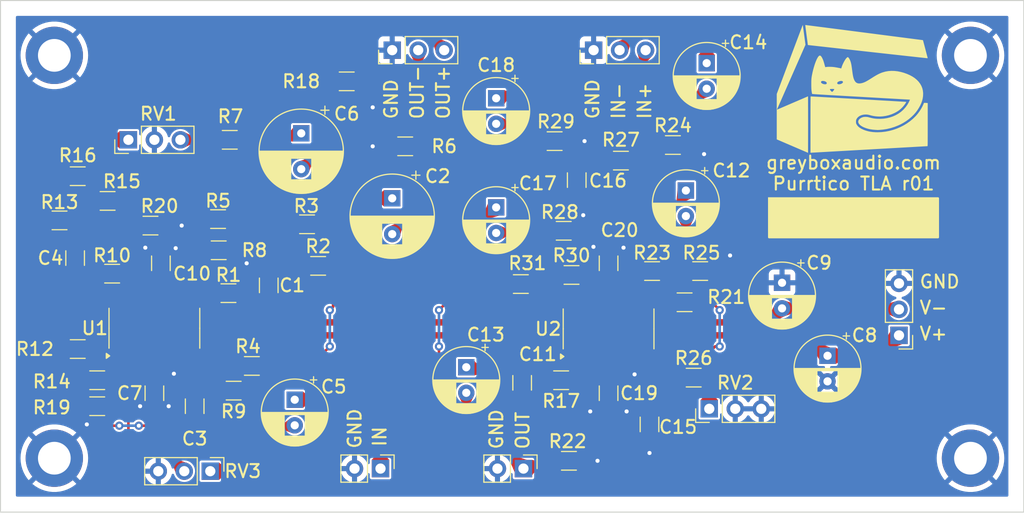
<source format=kicad_pcb>
(kicad_pcb (version 20240108) (generator "pcbnew") (generator_version "8.0")
  (title_block (title "Purrtico TLA Input & Output") (date "2024-05-10") (rev "00") (company "Greybox Audio"))
  (layers (0 "F.Cu" signal) (31 "B.Cu" power) (34 "B.Paste" user) (35 "F.Paste" user) (36 "B.SilkS" user "B.Silkscreen") (37 "F.SilkS" user "F.Silkscreen") (38 "B.Mask" user) (39 "F.Mask" user) (44 "Edge.Cuts" user))
  (net 0 "")
  (net 1 "Net-(U1D--)")
  (net 2 "Net-(C1-Pad2)")
  (net 3 "Net-(C2-Pad1)")
  (net 4 "Net-(C2-Pad2)")
  (net 5 "Net-(U1B--)")
  (net 6 "Net-(C3-Pad1)")
  (net 7 "Net-(C4-Pad2)")
  (net 8 "Net-(U1C--)")
  (net 9 "Net-(C5-Pad2)")
  (net 10 "Net-(J3-Pin_1)")
  (net 11 "Net-(C6-Pad1)")
  (net 12 "Net-(C6-Pad2)")
  (net 13 "+15V")
  (net 14 "-15V")
  (net 15 "GND")
  (net 16 "Net-(R2-Pad1)")
  (net 17 "Net-(R7-Pad1)")
  (net 18 "Net-(U1A-+)")
  (net 19 "Net-(U1A--)")
  (net 20 "Net-(U1C-+)")
  (net 21 "Net-(R16-Pad2)")
  (net 22 "Net-(U1D-+)")
  (net 23 "Net-(C11-Pad1)")
  (net 24 "Net-(U2C--)")
  (net 25 "Net-(C12-Pad2)")
  (net 26 "Net-(J5-Pin_1)")
  (net 27 "Net-(C14-Pad1)")
  (net 28 "Net-(U2C-+)")
  (net 29 "Net-(U2B--)")
  (net 30 "Net-(C17-Pad2)")
  (net 31 "Net-(C18-Pad1)")
  (net 32 "Net-(R26-Pad1)")
  (net 33 "Net-(U2D--)")
  (net 34 "Net-(U2D-+)")
  (net 35 "Net-(U2A--)")
  (net 36 "Net-(U2A-+)")
  (footprint "Connector_PinHeader_2.54mm:PinHeader_1x03_P2.54mm_Vertical" (layer "F.Cu") (at 112.268 120.904 90)
    (property "Reference" "RV2")
    (property "Value" "500R")
  )
  (footprint "Capacitor_SMD:C_1206_3216Metric" (layer "F.Cu") (at 69.215 108.839 -90)
    (property "Reference" "C1")
    (property "Value" "100p")
  )
  (footprint "Resistor_SMD:R_1206_3216Metric" (layer "F.Cu") (at 111.379 107.442 180)
    (property "Reference" "R25")
    (property "Value" "10k")
  )
  (footprint "Resistor_SMD:R_1206_3216Metric" (layer "F.Cu") (at 67.564 116.713)
    (property "Reference" "R4")
    (property "Value" "2k2")
  )
  (footprint "Resistor_SMD:R_1206_3216Metric" (layer "F.Cu") (at 65.786 119.126 180)
    (property "Reference" "R9")
    (property "Value" "2k2")
  )
  (footprint "Resistor_SMD:R_1206_3216Metric" (layer "F.Cu") (at 93.853 108.712)
    (property "Reference" "R31")
    (property "Value" "2k7")
  )
  (footprint "Capacitor_SMD:C_1206_3216Metric" (layer "F.Cu") (at 58.039 119.38 -90)
    (property "Reference" "C7")
    (property "Value" "100n")
  )
  (footprint "Resistor_SMD:R_1206_3216Metric" (layer "F.Cu") (at 98.806 107.823 180)
    (property "Reference" "R30")
    (property "Value" "47k")
  )
  (footprint "Connector_PinHeader_2.54mm:PinHeader_1x02_P2.54mm_Vertical" (layer "F.Cu") (at 80.137 126.746 -90)
    (property "Reference" "J3" (hide yes))
    (property "Value" "Conn_01x02")
  )
  (footprint "Resistor_SMD:R_1206_3216Metric" (layer "F.Cu") (at 52.451 118.11 180)
    (property "Reference" "R14")
    (property "Value" "1k")
  )
  (footprint "Capacitor_SMD:C_1206_3216Metric" (layer "F.Cu") (at 106.426 122.428 -90)
    (property "Reference" "C15")
    (property "Value" "22p")
  )
  (footprint "MountingHole:MountingHole_3.2mm_M3_DIN965_Pad" (layer "F.Cu") (at 48.26 86.36)
    (property "Reference" "H1" (hide yes))
    (property "Value" "MountingHole")
  )
  (footprint "Capacitor_SMD:C_1206_3216Metric" (layer "F.Cu") (at 58.674 106.68 -90)
    (property "Reference" "C10")
    (property "Value" "100n")
  )
  (footprint "Resistor_SMD:R_1206_3216Metric" (layer "F.Cu") (at 82.55 95.25)
    (property "Reference" "R6")
    (property "Value" "100k")
  )
  (footprint "MountingHole:MountingHole_3.2mm_M3_DIN965_Pad" (layer "F.Cu") (at 137.795 86.36)
    (property "Reference" "H2" (hide yes))
    (property "Value" "MountingHole")
  )
  (footprint "Resistor_SMD:R_1206_3216Metric" (layer "F.Cu") (at 97.155 94.742)
    (property "Reference" "R29")
    (property "Value" "10M")
  )
  (footprint "Resistor_SMD:R_1206_3216Metric" (layer "F.Cu") (at 53.467 100.584 180)
    (property "Reference" "R15")
    (property "Value" "3k3")
  )
  (footprint "Capacitor_THT:CP_Radial_D6.3mm_P2.50mm" (layer "F.Cu") (at 119.38 108.585 -90)
    (property "Reference" "C9")
    (property "Value" "10u")
  )
  (footprint "Capacitor_THT:CP_Radial_D6.3mm_P2.50mm" (layer "F.Cu") (at 91.44 90.551 -90)
    (property "Reference" "C18")
    (property "Value" "10u")
  )
  (footprint "Resistor_SMD:R_1206_3216Metric" (layer "F.Cu") (at 57.658 102.997 180)
    (property "Reference" "R20")
    (property "Value" "2k2")
  )
  (footprint "Connector_PinHeader_2.54mm:PinHeader_1x03_P2.54mm_Vertical" (layer "F.Cu") (at 55.499 94.615 90)
    (property "Reference" "RV1")
    (property "Value" "500R")
  )
  (footprint "Resistor_SMD:R_1206_3216Metric" (layer "F.Cu") (at 98.552 125.984 180)
    (property "Reference" "R22")
    (property "Value" "100k")
  )
  (footprint "Capacitor_SMD:C_1206_3216Metric" (layer "F.Cu") (at 102.4275 119.38 -90)
    (property "Reference" "C19")
    (property "Value" "100n")
  )
  (footprint "Resistor_SMD:R_1206_3216Metric" (layer "F.Cu") (at 64.262 102.362)
    (property "Reference" "R5")
    (property "Value" "3k3")
  )
  (footprint "Capacitor_SMD:C_1206_3216Metric" (layer "F.Cu") (at 102.4275 106.68 -90)
    (property "Reference" "C20")
    (property "Value" "100n")
  )
  (footprint "Capacitor_SMD:C_1206_3216Metric" (layer "F.Cu") (at 50.292 106.172 -90)
    (property "Reference" "C4")
    (property "Value" "100p")
  )
  (footprint "Connector_PinHeader_2.54mm:PinHeader_1x03_P2.54mm_Vertical" (layer "F.Cu") (at 81.28 85.852 90)
    (property "Reference" "J1" (hide yes))
    (property "Value" "XLR3")
  )
  (footprint "Capacitor_THT:CP_Radial_D6.3mm_P2.50mm" (layer "F.Cu") (at 123.825 115.719621 -90)
    (property "Reference" "C8")
    (property "Value" "10u")
  )
  (footprint "Connector_PinHeader_2.54mm:PinHeader_1x03_P2.54mm_Vertical" (layer "F.Cu") (at 63.5 127 -90)
    (property "Reference" "RV3")
    (property "Value" "10k")
  )
  (footprint "Resistor_SMD:R_1206_3216Metric" (layer "F.Cu") (at 98.044 103.505)
    (property "Reference" "R28")
    (property "Value" "10k")
  )
  (footprint "Resistor_SMD:R_1206_3216Metric" (layer "F.Cu") (at 97.79 118.11)
    (property "Reference" "R17")
    (property "Value" "2k")
  )
  (footprint "Connector_PinHeader_2.54mm:PinHeader_1x03_P2.54mm_Vertical" (layer "F.Cu") (at 100.965 85.852 90)
    (property "Reference" "J4" (hide yes))
    (property "Value" "XLR3")
  )
  (footprint "Resistor_SMD:R_1206_3216Metric" (layer "F.Cu") (at 50.546 115.062)
    (property "Reference" "R12")
    (property "Value" "1k8")
  )
  (footprint "Resistor_SMD:R_1206_3216Metric" (layer "F.Cu") (at 110.744 117.856 180)
    (property "Reference" "R26")
    (property "Value" "1k8")
  )
  (footprint "Package_SO:SOIC-14_3.9x8.7mm_P1.27mm" (layer "F.Cu") (at 58.039 113.03 90)
    (property "Reference" "U1")
    (property "Value" "OPA1679")
  )
  (footprint "Resistor_SMD:R_1206_3216Metric" (layer "F.Cu") (at 50.546 98.171 180)
    (property "Reference" "R16")
    (property "Value" "2k2")
  )
  (footprint "Connector_PinHeader_2.54mm:PinHeader_1x02_P2.54mm_Vertical" (layer "F.Cu") (at 94.107 126.746 -90)
    (property "Reference" "J5" (hide yes))
    (property "Value" "Conn_01x02")
  )
  (footprint "MountingHole:MountingHole_3.2mm_M3_DIN965_Pad" (layer "F.Cu") (at 48.26 125.73)
    (property "Reference" "H3" (hide yes))
    (property "Value" "MountingHole")
  )
  (footprint "Capacitor_THT:CP_Radial_D8.0mm_P3.50mm" (layer "F.Cu") (at 72.39 93.98 -90)
    (property "Reference" "C6")
    (property "Value" "220u")
  )
  (footprint "Resistor_SMD:R_1206_3216Metric" (layer "F.Cu") (at 65.278 109.601 180)
    (property "Reference" "R1")
    (property "Value" "2k7")
  )
  (footprint "Resistor_SMD:R_1206_3216Metric" (layer "F.Cu") (at 109.855 110.49 180)
    (property "Reference" "R21")
    (property "Value" "2k7")
  )
  (footprint "Package_SO:SOIC-14_3.9x8.7mm_P1.27mm" (layer "F.Cu") (at 102.4275 113.092 90)
    (property "Reference" "U2")
    (property "Value" "OPA1679")
  )
  (footprint "LOGO" (layer "F.Cu") (at 126.365 89.64)
    (property "Reference" "G***" (hide yes))
    (property "Value" "LOGO" (hide yes))
  )
  (footprint "Resistor_SMD:R_1206_3216Metric" (layer "F.Cu") (at 74.041 106.934 180)
    (property "Reference" "R2")
    (property "Value" "1k8")
  )
  (footprint "Resistor_SMD:R_1206_3216Metric" (layer "F.Cu") (at 72.9595 102.87 180)
    (property "Reference" "R3")
    (property "Value" "33R")
  )
  (footprint "Capacitor_SMD:C_1206_3216Metric" (layer "F.Cu") (at 99.314 98.552 -90)
    (property "Reference" "C16")
    (property "Value" "220p")
  )
  (footprint "Capacitor_SMD:C_1206_3216Metric" (layer "F.Cu") (at 93.98 118.364 -90)
    (property "Reference" "C11")
    (property "Value" "22p")
  )
  (footprint "Resistor_SMD:R_1206_3216Metric" (layer "F.Cu") (at 64.3235 105.41 180)
    (property "Reference" "R8")
    (property "Value" "2k2")
  )
  (footprint "Resistor_SMD:R_1206_3216Metric" (layer "F.Cu") (at 106.68 107.442 180)
    (property "Reference" "R23")
    (property "Value" "47k")
  )
  (footprint "Capacitor_THT:CP_Radial_D6.3mm_P2.50mm" (layer "F.Cu") (at 112.014 87.122 -90)
    (property "Reference" "C14")
    (property "Value" "10u")
  )
  (footprint "Capacitor_THT:CP_Radial_D6.3mm_P2.50mm" (layer "F.Cu") (at 91.44 101.219 -90)
    (property "Reference" "C17")
    (property "Value" "22u")
  )
  (footprint "Capacitor_THT:CP_Radial_D6.3mm_P2.50mm" (layer "F.Cu") (at 109.982 99.568 -90)
    (property "Reference" "C12")
    (property "Value" "22u")
  )
  (footprint "Resistor_SMD:R_1206_3216Metric" (layer "F.Cu") (at 53.9095 107.696 180)
    (property "Reference" "R10")
    (property "Value" "2k7")
  )
  (footprint "Resistor_SMD:R_1206_3216Metric" (layer "F.Cu") (at 108.712 95.123 180)
    (property "Reference" "R24")
    (property "Value" "10M")
  )
  (footprint "Resistor_SMD:R_1206_3216Metric" (layer "F.Cu") (at 52.451 120.65)
    (property "Reference" "R19")
    (property "Value" "1k")
  )
  (footprint "Capacitor_THT:CP_Radial_D6.3mm_P2.50mm" (layer "F.Cu") (at 88.519 116.84 -90)
    (property "Reference" "C13")
    (property "Value" "100u")
  )
  (footprint "Capacitor_THT:CP_Radial_D8.0mm_P3.50mm" (layer "F.Cu") (at 81.28 100.33 -90)
    (property "Reference" "C2")
    (property "Value" "220u")
  )
  (footprint "MountingHole:MountingHole_3.2mm_M3_DIN965_Pad" (layer "F.Cu") (at 137.795 125.73)
    (property "Reference" "H4" (hide yes))
    (property "Value" "MountingHole")
  )
  (footprint "Resistor_SMD:R_1206_3216Metric" (layer "F.Cu") (at 65.405 94.615)
    (property "Reference" "R7")
    (property "Value" "2k2")
  )
  (footprint "Resistor_SMD:R_1206_3216Metric" (layer "F.Cu") (at 48.768 102.489)
    (property "Reference" "R13")
    (property "Value" "33R")
  )
  (footprint "Resistor_SMD:R_1206_3216Metric" (layer "F.Cu") (at 76.835 88.9 180)
    (property "Reference" "R18")
    (property "Value" "100k")
  )
  (footprint "Connector_PinHeader_2.54mm:PinHeader_1x03_P2.54mm_Vertical" (layer "F.Cu") (at 130.81 113.727 180)
    (property "Reference" "J2" (hide yes))
    (property "Value" "Conn_01x03")
  )
  (footprint "Resistor_SMD:R_1206_3216Metric" (layer "F.Cu") (at 103.632 96.647)
    (property "Reference" "R27")
    (property "Value" "22k")
  )
  (footprint "Capacitor_THT:CP_Radial_D6.3mm_P2.50mm" (layer "F.Cu") (at 71.755 120.015 -90)
    (property "Reference" "C5")
    (property "Value" "100u")
  )
  (footprint "Capacitor_SMD:C_1206_3216Metric" (layer "F.Cu") (at 61.976 120.65 90)
    (property "Reference" "C3")
    (property "Value" "3p3")
  )
  (gr_rect (start 118.11 100.33) (end 134.62 104.14) (stroke (width 0.2032)) (fill solid) (layer "F.SilkS"))
  (gr_rect (start 43 81) (end 143 131) (stroke (width 0.1)) (fill none) (layer "Edge.Cuts"))
  (gr_text "IN-" (at 104.14 92.71 90) (layer "F.SilkS") (effects (font (size 1.27 1.27) (thickness 0.2032)) (justify left bottom)))
  (gr_text "IN" (at 80.802 124.714 90) (layer "F.SilkS") (effects (font (size 1.27 1.27) (thickness 0.2032)) (justify left bottom)))
  (gr_text "OUT" (at 94.772 124.968 90) (layer "F.SilkS") (effects (font (size 1.27 1.27) (thickness 0.2032)) (justify left bottom)))
  (gr_text "GND" (at 81.915 92.71 90) (layer "F.SilkS") (effects (font (size 1.27 1.27) (thickness 0.2032)) (justify left bottom)))
  (gr_text "OUT+" (at 86.995 92.71 90) (layer "F.SilkS") (effects (font (size 1.27 1.27) (thickness 0.2032)) (justify left bottom)))
  (gr_text "V+" (at 132.715 114.3 0) (layer "F.SilkS") (effects (font (size 1.27 1.27) (thickness 0.2032)) (justify left bottom)))
  (gr_text "IN+" (at 106.68 92.71 90) (layer "F.SilkS") (effects (font (size 1.27 1.27) (thickness 0.2032)) (justify left bottom)))
  (gr_text "GND" (at 92.202 124.968 90) (layer "F.SilkS") (effects (font (size 1.27 1.27) (thickness 0.2032)) (justify left bottom)))
  (gr_text "greyboxaudio.com\nPurrtico TLA r01" (at 126.365 99.64 0) (layer "F.SilkS") (effects (font (size 1.27 1.27) (thickness 0.2032)) (justify bottom)))
  (gr_text "OUT-" (at 84.455 92.71 90) (layer "F.SilkS") (effects (font (size 1.27 1.27) (thickness 0.2032)) (justify left bottom)))
  (gr_text "GND" (at 78.359 124.901 90) (layer "F.SilkS") (effects (font (size 1.27 1.27) (thickness 0.2032)) (justify left bottom)))
  (gr_text "GND" (at 101.6 92.71 90) (layer "F.SilkS") (effects (font (size 1.27 1.27) (thickness 0.2032)) (justify left bottom)))
  (gr_text "V-" (at 132.715 111.76 0) (layer "F.SilkS") (effects (font (size 1.27 1.27) (thickness 0.2032)) (justify left bottom)))
  (gr_text "GND" (at 132.715 109.22 0) (layer "F.SilkS") (effects (font (size 1.27 1.27) (thickness 0.2032)) (justify left bottom)))
  (segment (start 52.0085 115.062) (end 53.998999 113.071501) (width 0.254) (layer "F.Cu") (net 1))
  (segment (start 55.372 107.696) (end 52.373 104.697) (width 0.254) (layer "F.Cu") (net 1))
  (segment (start 53.998999 113.071501) (end 53.998999 113.03) (width 0.254) (layer "F.Cu") (net 1))
  (segment (start 55.499 110.555) (end 55.499 107.823) (width 0.254) (layer "F.Cu") (net 1))
  (segment (start 55.499 107.823) (end 55.372 107.696) (width 0.254) (layer "F.Cu") (net 1))
  (segment (start 52.373 104.697) (end 50.292 104.697) (width 0.254) (layer "F.Cu") (net 1))
  (segment (start 55.499 111.529999) (end 55.499 110.555) (width 0.254) (layer "F.Cu") (net 1))
  (segment (start 53.998999 113.03) (end 55.499 111.529999) (width 0.254) (layer "F.Cu") (net 1))
  (segment (start 72.644 109.093) (end 70.436 109.093) (width 0.254) (layer "F.Cu") (net 2))
  (segment (start 64.389 109.601) (end 65.972 111.184) (width 0.254) (layer "F.Cu") (net 2))
  (segment (start 62.8615 110.555) (end 61.849 110.555) (width 0.254) (layer "F.Cu") (net 2))
  (segment (start 74.422 107.315) (end 72.644 109.093) (width 0.254) (layer "F.Cu") (net 2))
  (segment (start 63.8155 109.601) (end 64.389 109.601) (width 0.254) (layer "F.Cu") (net 2))
  (segment (start 68.345 111.184) (end 69.215 110.314) (width 0.254) (layer "F.Cu") (net 2))
  (segment (start 70.436 109.093) (end 69.215 110.314) (width 0.254) (layer "F.Cu") (net 2))
  (segment (start 63.8155 109.601) (end 62.8615 110.555) (width 0.254) (layer "F.Cu") (net 2))
  (segment (start 74.422 102.87) (end 74.422 107.315) (width 0.254) (layer "F.Cu") (net 2))
  (segment (start 65.972 111.184) (end 68.345 111.184) (width 0.254) (layer "F.Cu") (net 2))
  (segment (start 52.0045 100.584) (end 52.0045 98.175) (width 0.25) (layer "F.Cu") (net 3))
  (segment (start 52.0045 98.175) (end 52.0085 98.171) (width 0.25) (layer "F.Cu") (net 3))
  (segment (start 71.497 102.87) (end 74.037 100.33) (width 0.254) (layer "F.Cu") (net 3))
  (segment (start 61.722 98.171) (end 64.135 100.584) (width 0.25) (layer "F.Cu") (net 3))
  (segment (start 64.135 100.584) (end 64.135 102.686) (width 0.25) (layer "F.Cu") (net 3))
  (segment (start 70.608 103.759) (end 71.497 102.87) (width 0.25) (layer "F.Cu") (net 3))
  (segment (start 64.135 102.686) (end 65.208 103.759) (width 0.25) (layer "F.Cu") (net 3))
  (segment (start 52.0085 98.171) (end 61.722 98.171) (width 0.25) (layer "F.Cu") (net 3))
  (segment (start 74.037 100.33) (end 81.28 100.33) (width 0.254) (layer "F.Cu") (net 3))
  (segment (start 65.208 103.759) (end 70.608 103.759) (width 0.25) (layer "F.Cu") (net 3))
  (segment (start 83.82 85.725) (end 83.82 95.0575) (width 0.254) (layer "F.Cu") (net 4))
  (segment (start 81.28 103.632) (end 84.0125 100.8995) (width 0.254) (layer "F.Cu") (net 4))
  (segment (start 81.28 103.83) (end 81.28 103.632) (width 0.254) (layer "F.Cu") (net 4))
  (segment (start 83.82 95.0575) (end 84.0125 95.25) (width 0.254) (layer "F.Cu") (net 4))
  (segment (start 84.0125 100.8995) (end 84.0125 95.25) (width 0.254) (layer "F.Cu") (net 4))
  (segment (start 64.3235 119.126) (end 66.1015 117.348) (width 0.254) (layer "F.Cu") (net 5))
  (segment (start 60.671 116.424) (end 61.976 117.729) (width 0.254) (layer "F.Cu") (net 5))
  (segment (start 61.976 119.175) (end 62.025 119.126) (width 0.254) (layer "F.Cu") (net 5))
  (segment (start 60.579 115.505) (end 60.671 115.597) (width 0.254) (layer "F.Cu") (net 5))
  (segment (start 61.976 117.729) (end 61.976 119.175) (width 0.254) (layer "F.Cu") (net 5))
  (segment (start 62.025 119.126) (end 64.3235 119.126) (width 0.254) (layer "F.Cu") (net 5))
  (segment (start 66.1015 117.348) (end 66.1015 116.713) (width 0.254) (layer "F.Cu") (net 5))
  (segment (start 60.671 115.597) (end 60.671 116.424) (width 0.254) (layer "F.Cu") (net 5))
  (segment (start 62.181 121.92) (end 61.976 122.125) (width 0.254) (layer "F.Cu") (net 6))
  (segment (start 64.5815 121.92) (end 62.181 121.92) (width 0.254) (layer "F.Cu") (net 6))
  (segment (start 61.976 122.125) (end 61.771 121.92) (width 0.254) (layer "F.Cu") (net 6))
  (segment (start 61.771 121.92) (end 61.673 121.92) (width 0.254) (layer "F.Cu") (net 6))
  (segment (start 54.229 115.505) (end 53.405 115.505) (width 0.254) (layer "F.Cu") (net 6))
  (segment (start 50.9885 117.9215) (end 50.9885 118.11) (width 0.254) (layer "F.Cu") (net 6))
  (segment (start 50.9885 117.6635) (end 49.0835 115.7585) (width 0.254) (layer "F.Cu") (net 6))
  (segment (start 61.595 122.125) (end 61.976 122.125) (width 0.254) (layer "F.Cu") (net 6))
  (segment (start 54.61 122.555) (end 53.699036 122.555) (width 0.254) (layer "F.Cu") (net 6))
  (segment (start 61.751 122.125) (end 61.976 122.125) (width 0.254) (layer "F.Cu") (net 6))
  (segment (start 49.0835 115.7585) (end 49.0835 115.062) (width 0.254) (layer "F.Cu") (net 6))
  (segment (start 56.515 122.555) (end 61.546 122.555) (width 0.254) (layer "F.Cu") (net 6))
  (segment (start 53.699036 122.555) (end 52.705 121.560964) (width 0.254) (layer "F.Cu") (net 6))
  (segment (start 67.2485 119.253) (end 64.5815 121.92) (width 0.254) (layer "F.Cu") (net 6))
  (segment (start 50.9885 118.11) (end 50.9885 117.6635) (width 0.254) (layer "F.Cu") (net 6))
  (segment (start 53.405 115.505) (end 50.9885 117.9215) (width 0.254) (layer "F.Cu") (net 6))
  (segment (start 50.9885 118.2985) (end 50.9885 118.11) (width 0.254) (layer "F.Cu") (net 6))
  (segment (start 61.673 122.047) (end 61.751 122.125) (width 0.254) (layer "F.Cu") (net 6))
  (segment (start 61.546 122.555) (end 61.976 122.125) (width 0.254) (layer "F.Cu") (net 6))
  (segment (start 52.705 121.560964) (end 52.705 120.015) (width 0.254) (layer "F.Cu") (net 6))
  (segment (start 49.0835 115.568) (end 49.0835 115.062) (width 0.254) (layer "F.Cu") (net 6))
  (segment (start 52.705 120.015) (end 50.9885 118.2985) (width 0.254) (layer "F.Cu") (net 6))
  (segment (start 67.2485 119.126) (end 67.2485 119.253) (width 0.254) (layer "F.Cu") (net 6))
  (via (at 56.515 122.555) (size 0.8) (drill 0.4) (layers "F.Cu" "B.Cu") (net 6))
  (via (at 54.61 122.555) (size 0.8) (drill 0.4) (layers "F.Cu" "B.Cu") (net 6))
  (segment (start 54.61 122.555) (end 56.515 122.555) (width 0.254) (layer "B.Cu") (net 6))
  (segment (start 54.229 108.841) (end 53.084 107.696) (width 0.254) (layer "F.Cu") (net 7))
  (segment (start 50.341 107.696) (end 50.292 107.647) (width 0.254) (layer "F.Cu") (net 7))
  (segment (start 47.3055 104.6605) (end 47.3055 102.489) (width 0.254) (layer "F.Cu") (net 7))
  (segment (start 54.229 110.555) (end 54.229 108.841) (width 0.254) (layer "F.Cu") (net 7))
  (segment (start 52.447 107.696) (end 50.341 107.696) (width 0.254) (layer "F.Cu") (net 7))
  (segment (start 53.084 107.696) (end 52.447 107.696) (width 0.254) (layer "F.Cu") (net 7))
  (segment (start 50.292 107.647) (end 47.3055 104.6605) (width 0.254) (layer "F.Cu") (net 7))
  (segment (start 60.579 109.601) (end 60.579 110.555) (width 0.254) (layer "F.Cu") (net 8))
  (segment (start 66.8675 109.601) (end 69.1045 107.364) (width 0.254) (layer "F.Cu") (net 8))
  (segment (start 66.7405 109.601) (end 66.8675 109.601) (width 0.254) (layer "F.Cu") (net 8))
  (segment (start 69.1045 107.364) (end 69.215 107.364) (width 0.254) (layer "F.Cu") (net 8))
  (segment (start 72.5785 106.934) (end 72.1975 107.315) (width 0.254) (layer "F.Cu") (net 8))
  (segment (start 66.7405 109.601) (end 65.3435 108.204) (width 0.254) (layer "F.Cu") (net 8))
  (segment (start 61.976 108.204) (end 60.579 109.601) (width 0.254) (layer "F.Cu") (net 8))
  (segment (start 72.1975 107.315) (end 69.264 107.315) (width 0.254) (layer "F.Cu") (net 8))
  (segment (start 69.264 107.315) (end 69.215 107.364) (width 0.254) (layer "F.Cu") (net 8))
  (segment (start 65.3435 108.204) (end 61.976 108.204) (width 0.254) (layer "F.Cu") (net 8))
  (segment (start 70.525 122.515) (end 66.04 127) (width 0.254) (layer "F.Cu") (net 9))
  (segment (start 66.04 127) (end 63.5 127) (width 0.254) (layer "F.Cu") (net 9))
  (segment (start 71.755 122.515) (end 70.525 122.515) (width 0.254) (layer "F.Cu") (net 9))
  (segment (start 80.137 126.746) (end 80.137 124.587) (width 0.254) (layer "F.Cu") (net 10))
  (segment (start 80.137 124.587) (end 75.565 120.015) (width 0.254) (layer "F.Cu") (net 10))
  (segment (start 75.565 120.015) (end 71.755 120.015) (width 0.254) (layer "F.Cu") (net 10))
  (segment (start 50.292 97.79) (end 50.292 102.4275) (width 0.254) (layer "F.Cu") (net 11))
  (segment (start 66.929 101.1575) (end 66.929 94.6765) (width 0.254) (layer "F.Cu") (net 11))
  (segment (start 71.755 94.615) (end 72.39 93.98) (width 0.254) (layer "F.Cu") (net 11))
  (segment (start 50.292 102.4275) (end 50.2305 102.489) (width 0.254) (layer "F.Cu") (net 11))
  (segment (start 51.689 96.393) (end 50.292 97.79) (width 0.254) (layer "F.Cu") (net 11))
  (segment (start 65.913 94.615) (end 64.135 96.393) (width 0.254) (layer "F.Cu") (net 11))
  (segment (start 66.8675 94.615) (end 65.913 94.615) (width 0.254) (layer "F.Cu") (net 11))
  (segment (start 66.929 94.6765) (end 66.8675 94.615) (width 0.254) (layer "F.Cu") (net 11))
  (segment (start 66.8675 94.615) (end 71.755 94.615) (width 0.254) (layer "F.Cu") (net 11))
  (segment (start 64.135 96.393) (end 51.689 96.393) (width 0.254) (layer "F.Cu") (net 11))
  (segment (start 65.7245 102.362) (end 66.929 101.1575) (width 0.254) (layer "F.Cu") (net 11))
  (segment (start 75.3725 88.9) (end 75.3725 85.9175) (width 0.254) (layer "F.Cu") (net 12))
  (segment (start 75.3725 94.5535) (end 75.3725 88.9) (width 0.254) (layer "F.Cu") (net 12))
  (segment (start 72.446 97.48) (end 75.3725 94.5535) (width 0.254) (layer "F.Cu") (net 12))
  (segment (start 72.39 97.48) (end 72.446 97.48) (width 0.254) (layer "F.Cu") (net 12))
  (segment (start 84.455 83.82) (end 86.36 85.725) (width 0.254) (layer "F.Cu") (net 12))
  (segment (start 77.47 83.82) (end 84.455 83.82) (width 0.254) (layer "F.Cu") (net 12))
  (segment (start 75.3725 85.9175) (end 77.47 83.82) (width 0.254) (layer "F.Cu") (net 12))
  (segment (start 59.163856 113.727) (end 58.039 114.851856) (width 0.635) (layer "F.Cu") (net 13))
  (segment (start 130.621 113.727) (end 130.81 113.727) (width 0.635) (layer "F.Cu") (net 13))
  (segment (start 121.601 113.727) (end 103.292501 113.727) (width 0.635) (layer "F.Cu") (net 13))
  (segment (start 123.593621 115.719621) (end 121.601 113.727) (width 0.635) (layer "F.Cu") (net 13))
  (segment (start 128.628379 115.719621) (end 130.621 113.727) (width 0.635) (layer "F.Cu") (net 13))
  (segment (start 58.039 114.851856) (end 58.039 115.505) (width 0.635) (layer "F.Cu") (net 13))
  (segment (start 58.039 115.505) (end 58.039 117.905) (width 0.635) (layer "F.Cu") (net 13))
  (segment (start 102.4275 114.592001) (end 102.4275 115.567) (width 0.635) (layer "F.Cu") (net 13))
  (segment (start 101.562499 113.727) (end 59.163856 113.727) (width 0.635) (layer "F.Cu") (net 13))
  (segment (start 123.825 115.719621) (end 123.593621 115.719621) (width 0.635) (layer "F.Cu") (net 13))
  (segment (start 102.4275 117.905) (end 102.4275 115.567) (width 0.635) (layer "F.Cu") (net 13))
  (segment (start 123.825 115.719621) (end 128.628379 115.719621) (width 0.635) (layer "F.Cu") (net 13))
  (segment (start 103.292501 113.727) (end 102.4275 114.592001) (width 0.635) (layer "F.Cu") (net 13))
  (segment (start 102.4275 114.592001) (end 101.562499 113.727) (width 0.635) (layer "F.Cu") (net 13))
  (segment (start 119.38 111.085) (end 130.708 111.085) (width 0.635) (layer "F.Cu") (net 14))
  (segment (start 101.562499 112.457) (end 59.287856 112.457) (width 0.635) (layer "F.Cu") (net 14))
  (segment (start 103.292501 112.457) (end 102.4275 111.591999) (width 0.635) (layer "F.Cu") (net 14))
  (segment (start 130.708 111.085) (end 130.81 111.187) (width 0.635) (layer "F.Cu") (net 14))
  (segment (start 58.039 111.208144) (end 58.039 110.555) (width 0.635) (layer "F.Cu") (net 14))
  (segment (start 102.4275 108.155) (end 102.4275 110.617) (width 0.635) (layer "F.Cu") (net 14))
  (segment (start 102.4275 111.591999) (end 102.4275 110.617) (width 0.635) (layer "F.Cu") (net 14))
  (segment (start 118.008 112.457) (end 103.292501 112.457) (width 0.635) (layer "F.Cu") (net 14))
  (segment (start 119.38 111.085) (end 118.008 112.457) (width 0.635) (layer "F.Cu") (net 14))
  (segment (start 58.039 110.555) (end 58.039 108.79) (width 0.635) (layer "F.Cu") (net 14))
  (segment (start 102.4275 111.591999) (end 101.562499 112.457) (width 0.635) (layer "F.Cu") (net 14))
  (segment (start 59.287856 112.457) (end 58.039 111.208144) (width 0.635) (layer "F.Cu") (net 14))
  (segment (start 58.039 108.79) (end 58.674 108.155) (width 0.635) (layer "F.Cu") (net 14))
  (segment (start 59.436 120.65) (end 59.231 120.855) (width 0.635) (layer "F.Cu") (net 15))
  (segment (start 60.12 105.205) (end 58.674 105.205) (width 0.508) (layer "F.Cu") (net 15))
  (segment (start 59.944 117.475) (end 59.309 116.84) (width 0.254) (layer "F.Cu") (net 15))
  (segment (start 111.0635 96.012) (end 110.1745 95.123) (width 0.25) (layer "F.Cu") (net 15))
  (segment (start 102.362 121.666) (end 101.473 120.777) (width 0.635) (layer "F.Cu") (net 15))
  (segment (start 100.98125 120.777) (end 102.47275 120.777) (width 0.635) (layer "F.Cu") (net 15))
  (segment (start 103.886 105.156) (end 103.837 105.205) (width 0.635) (layer "F.Cu") (net 15))
  (segment (start 102.362 121.666) (end 102.489 121.666) (width 0.635) (layer "F.Cu") (net 15))
  (segment (start 56.847 120.855) (end 58.039 120.855) (width 0.508) (layer "F.Cu") (net 15))
  (segment (start 111.76 96.012) (end 111.0635 96.012) (width 0.25) (layer "F.Cu") (net 15))
  (segment (start 106.426 123.903) (end 106.426 125.222) (width 0.254) (layer "F.Cu") (net 15))
  (segment (start 99.949 101.981) (end 99.949 103.0625) (width 0.254) (layer "F.Cu") (net 15))
  (segment (start 78.2975 90.3625) (end 78.2975 88.9) (width 0.254) (layer "F.Cu") (net 15))
  (segment (start 103.85325 120.777) (end 102.90275 120.777) (width 0.635) (layer "F.Cu") (net 15))
  (segment (start 101.346 125.984) (end 100.0145 125.984) (width 0.25) (layer "F.Cu") (net 15))
  (segment (start 114.3 105.9835) (end 112.8415 107.442) (width 0.254) (layer "F.Cu") (net 15))
  (segment (start 67.056 106.68) (end 65.786 105.41) (width 0.254) (layer "F.Cu") (net 15))
  (segment (start 114.3 105.918) (end 114.3 105.9835) (width 0.254) (layer "F.Cu") (net 15))
  (segment (start 57.15 105.156) (end 57.404 105.156) (width 0.508) (layer "F.Cu") (net 15))
  (segment (start 59.231 120.855) (end 58.039 120.855) (width 0.635) (layer "F.Cu") (net 15))
  (segment (start 103.6975 116.267) (end 104.9675 117.537) (width 0.254) (layer "F.Cu") (net 15))
  (segment (start 60.706 102.997) (end 59.1205 102.997) (width 0.254) (layer "F.Cu") (net 15))
  (segment (start 81.0875 95.25) (end 79.375 95.25) (width 0.254) (layer "F.Cu") (net 15))
  (segment (start 103.6975 115.567) (end 103.6975 116.267) (width 0.254) (layer "F.Cu") (net 15))
  (segment (start 100.936 120.855) (end 100.633 121.158) (width 0.635) (layer "F.Cu") (net 15))
  (segment (start 102.294947 105.072447) (end 102.4275 105.205) (width 0.635) (layer "F.Cu") (net 15))
  (segment (start 102.489 121.666) (end 103.378 120.777) (width 0.635) (layer "F.Cu") (net 15))
  (segment (start 50.9885 121.9815) (end 50.9885 120.65) (width 0.254) (layer "F.Cu") (net 15))
  (segment (start 103.837 105.205) (end 102.4275 105.205) (width 0.635) (layer "F.Cu") (net 15))
  (segment (start 51.435 122.428) (end 50.9885 121.9815) (width 0.254) (layer "F.Cu") (net 15))
  (segment (start 100.076 94.742) (end 98.6175 94.742) (width 0.25) (layer "F.Cu") (net 15))
  (segment (start 99.949 103.0625) (end 99.5065 103.505) (width 0.254) (layer "F.Cu") (net 15))
  (segment (start 104.189 121.158) (end 103.886 120.855) (width 0.635) (layer "F.Cu") (net 15))
  (segment (start 56.642 120.65) (end 56.847 120.855) (width 0.508) (layer "F.Cu") (net 15))
  (segment (start 57.404 105.156) (end 57.453 105.205) (width 0.508) (layer "F.Cu") (net 15))
  (segment (start 100.947991 105.072447) (end 102.294947 105.072447) (width 0.635) (layer "F.Cu") (net 15))
  (segment (start 57.453 105.205) (end 58.674 105.205) (width 0.508) (layer "F.Cu") (net 15))
  (segment (start 79.375 91.44) (end 78.2975 90.3625) (width 0.254) (layer "F.Cu") (net 15))
  (segment (start 59.309 116.84) (end 59.309 115.505) (width 0.254) (layer "F.Cu") (net 15))
  (via (at 60.706 102.997) (size 0.8) (drill 0.4) (layers "F.Cu" "B.Cu") (net 15))
  (via (at 79.375 95.25) (size 0.8) (drill 0.4) (layers "F.Cu" "B.Cu") (net 15))
  (via (at 104.9675 117.537) (size 0.8) (drill 0.4) (layers "F.Cu" "B.Cu") (net 15))
  (via (at 100.947991 105.072447) (size 0.8) (drill 0.4) (layers "F.Cu" "B.Cu") (net 15))
  (via (at 100.076 94.742) (size 0.8) (drill 0.4) (layers "F.Cu" "B.Cu") (net 15))
  (via (at 59.436 120.65) (size 0.8) (drill 0.4) (layers "F.Cu" "B.Cu") (net 15))
  (via (at 57.15 105.156) (size 0.8) (drill 0.4) (layers "F.Cu" "B.Cu") (net 15))
  (via (at 114.3 105.918) (size 0.8) (drill 0.4) (layers "F.Cu" "B.Cu") (net 15))
  (via (at 100.633 121.158) (size 0.8) (drill 0.4) (layers "F.Cu" "B.Cu") (net 15))
  (via (at 111.76 96.012) (size 0.8) (drill 0.4) (layers "F.Cu" "B.Cu") (net 15))
  (via (at 79.375 91.44) (size 0.8) (drill 0.4) (layers "F.Cu" "B.Cu") (net 15))
  (via (at 106.426 125.222) (size 0.8) (drill 0.4) (layers "F.Cu" "B.Cu") (net 15))
  (via (at 104.189 121.158) (size 0.8) (drill 0.4) (layers "F.Cu" "B.Cu") (net 15))
  (via (at 56.642 120.65) (size 0.8) (drill 0.4) (layers "F.Cu" "B.Cu") (net 15))
  (via (at 51.435 122.428) (size 0.8) (drill 0.4) (layers "F.Cu" "B.Cu") (net 15))
  (via (at 60.12 105.205) (size 0.8) (drill 0.4) (layers "F.Cu" "B.Cu") (net 15))
  (via (at 99.949 101.981) (size 0.8) (drill 0.4) (layers "F.Cu" "B.Cu") (net 15))
  (via (at 59.944 117.475) (size 0.8) (drill 0.4) (layers "F.Cu" "B.Cu") (net 15))
  (via (at 103.886 105.156) (size 0.8) (drill 0.4) (layers "F.Cu" "B.Cu") (net 15))
  (via (at 67.056 106.68) (size 0.8) (drill 0.4) (layers "F.Cu" "B.Cu") (net 15))
  (via (at 101.346 125.984) (size 0.8) (drill 0.4) (layers "F.Cu" "B.Cu") (net 15))
  (segment (start 62.038 115.316) (end 61.849 115.505) (width 0.254) (layer "F.Cu") (net 16))
  (segment (start 73.279 116.713) (end 69.0265 116.713) (width 0.254) (layer "F.Cu") (net 16))
  (segment (start 61.9765 115.3775) (end 61.849 115.505) (width 0.254) (layer "F.Cu") (net 16))
  (segment (start 75.184 111.252) (end 75.5035 110.9325) (width 0.254) (layer "F.Cu") (net 16))
  (segment (start 69.0265 116.713) (end 68.326 116.713) (width 0.254) (layer "F.Cu") (net 16))
  (segment (start 75.184 114.808) (end 73.279 116.713) (width 0.254) (layer "F.Cu") (net 16))
  (segment (start 68.326 116.713) (end 66.929 115.316) (width 0.254) (layer "F.Cu") (net 16))
  (segment (start 66.929 115.316) (end 62.038 115.316) (width 0.254) (layer "F.Cu") (net 16))
  (segment (start 75.5035 110.9325) (end 75.5035 106.934) (width 0.254) (layer "F.Cu") (net 16))
  (via (at 75.184 111.252) (size 0.8) (drill 0.4) (layers "F.Cu" "B.Cu") (net 16))
  (via (at 75.184 114.808) (size 0.8) (drill 0.4) (layers "F.Cu" "B.Cu") (net 16))
  (segment (start 75.184 111.252) (end 75.184 114.808) (width 0.254) (layer "B.Cu") (net 16))
  (segment (start 63.9425 94.615) (end 60.579 94.615) (width 0.254) (layer "F.Cu") (net 17))
  (segment (start 60.96 127) (end 58.42 124.46) (width 0.254) (layer "F.Cu") (net 18))
  (segment (start 58.42 124.46) (end 56.515 124.46) (width 0.254) (layer "F.Cu") (net 18))
  (segment (start 55.499 123.444) (end 55.499 118.364) (width 0.254) (layer "F.Cu") (net 18))
  (segment (start 55.499 118.364) (end 56.769 117.094) (width 0.254) (layer "F.Cu") (net 18))
  (segment (start 56.769 117.094) (end 56.769 115.505) (width 0.254) (layer "F.Cu") (net 18))
  (segment (start 56.515 124.46) (end 55.499 123.444) (width 0.254) (layer "F.Cu") (net 18))
  (segment (start 54.1675 120.015) (end 54.1675 117.811499) (width 0.254) (layer "F.Cu") (net 19))
  (segment (start 54.1675 117.811499) (end 55.499 116.479999) (width 0.254) (layer "F.Cu") (net 19))
  (segment (start 55.499 116.479999) (end 55.499 115.505) (width 0.254) (layer "F.Cu") (net 19))
  (segment (start 59.309 109.580001) (end 62.7995 106.089501) (width 0.254) (layer "F.Cu") (net 20))
  (segment (start 59.309 110.555) (end 59.309 109.580001) (width 0.254) (layer "F.Cu") (net 20))
  (segment (start 62.7995 105.156) (end 62.7995 102.616) (width 0.254) (layer "F.Cu") (net 20))
  (segment (start 49.0835 98.171) (end 49.0835 96.7125) (width 0.254) (layer "F.Cu") (net 21))
  (segment (start 49.0835 96.7125) (end 51.181 94.615) (width 0.254) (layer "F.Cu") (net 21))
  (segment (start 51.181 94.615) (end 55.499 94.615) (width 0.254) (layer "F.Cu") (net 21))
  (segment (start 56.1955 102.997) (end 56.1955 101.85) (width 0.254) (layer "F.Cu") (net 22))
  (segment (start 56.1955 101.85) (end 54.9295 100.584) (width 0.254) (layer "F.Cu") (net 22))
  (segment (start 56.1955 102.997) (end 56.1955 105.904) (width 0.254) (layer "F.Cu") (net 22))
  (segment (start 56.1955 105.904) (end 56.769 106.4775) (width 0.254) (layer "F.Cu") (net 22))
  (segment (start 56.769 106.4775) (end 56.769 110.555) (width 0.254) (layer "F.Cu") (net 22))
  (segment (start 95.4875 117.27) (end 93.98 117.27) (width 0.254) (layer "F.Cu") (net 23))
  (segment (start 98.6175 116.10725) (end 96.61475 118.11) (width 0.254) (layer "F.Cu") (net 23))
  (segment (start 88.519 116.84) (end 88.949 117.27) (width 0.254) (layer "F.Cu") (net 23))
  (segment (start 88.519 116.84) (end 88.9 117.221) (width 0.254) (layer "F.Cu") (net 23))
  (segment (start 88.949 117.27) (end 93.98 117.27) (width 0.254) (layer "F.Cu") (net 23))
  (segment (start 98.6175 115.567) (end 98.6175 116.10725) (width 0.254) (layer "F.Cu") (net 23))
  (segment (start 96.3275 118.11) (end 95.4875 117.27) (width 0.254) (layer "F.Cu") (net 23))
  (segment (start 96.61475 118.11) (end 96.3275 118.11) (width 0.254) (layer "F.Cu") (net 23))
  (segment (start 106.426 110.1745) (end 106.553 110.3015) (width 0.254) (layer "F.Cu") (net 24))
  (segment (start 109.982 100.076) (end 106.426 103.632) (width 0.254) (layer "F.Cu") (net 24))
  (segment (start 106.553 110.3015) (end 106.2375 110.617) (width 0.254) (layer "F.Cu") (net 24))
  (segment (start 109.982 99.568) (end 109.982 100.076) (width 0.254) (layer "F.Cu") (net 24))
  (segment (start 106.426 103.632) (end 106.426 110.1745) (width 0.254) (layer "F.Cu") (net 24))
  (segment (start 104.9675 110.617) (end 106.2375 110.617) (width 0.254) (layer "F.Cu") (net 24))
  (segment (start 108.3925 110.49) (end 108.204 110.3015) (width 0.254) (layer "F.Cu") (net 24))
  (segment (start 108.204 110.3015) (end 106.553 110.3015) (width 0.254) (layer "F.Cu") (net 24))
  (segment (start 109.9165 107.442) (end 108.1425 107.442) (width 0.254) (layer "F.Cu") (net 25))
  (segment (start 109.982 107.3765) (end 109.9165 107.442) (width 0.254) (layer "F.Cu") (net 25))
  (segment (start 109.982 102.068) (end 109.982 107.3765) (width 0.254) (layer "F.Cu") (net 25))
  (segment (start 94.615 126.238) (end 94.107 126.746) (width 0.254) (layer "F.Cu") (net 26))
  (segment (start 96.8355 126.238) (end 94.615 126.238) (width 0.254) (layer "F.Cu") (net 26))
  (segment (start 88.519 121.285) (end 88.519 119.34) (width 0.254) (layer "F.Cu") (net 26))
  (segment (start 97.0895 125.984) (end 96.8355 126.238) (width 0.254) (layer "F.Cu") (net 26))
  (segment (start 94.107 126.746) (end 93.98 126.746) (width 0.254) (layer "F.Cu") (net 26))
  (segment (start 93.98 126.746) (end 88.519 121.285) (width 0.254) (layer "F.Cu") (net 26))
  (segment (start 111.252 83.82) (end 105.41 83.82) (width 0.254) (layer "F.Cu") (net 27))
  (segment (start 112.014 87.122) (end 112.014 84.582) (width 0.254) (layer "F.Cu") (net 27))
  (segment (start 105.41 83.82) (end 103.505 85.725) (width 0.254) (layer "F.Cu") (net 27))
  (segment (start 112.014 84.582) (end 111.252 83.82) (width 0.254) (layer "F.Cu") (net 27))
  (segment (start 105.2175 105.459366) (end 104.187134 104.429) (width 0.254) (layer "F.Cu") (net 28))
  (segment (start 112.014 89.622) (end 108.495999 93.140001) (width 0.254) (layer "F.Cu") (net 28))
  (segment (start 103.6975 109.7245) (end 105.2175 108.2045) (width 0.254) (layer "F.Cu") (net 28))
  (segment (start 99.773 100.027) (end 99.314 100.027) (width 0.254) (layer "F.Cu") (net 28))
  (segment (start 105.2175 108.2045) (end 105.2175 107.442) (width 0.254) (layer "F.Cu") (net 28))
  (segment (start 107.2495 95.123) (end 106.6185 95.123) (width 0.25) (layer "F.Cu") (net 28))
  (segment (start 103.3165 98.425) (end 101.346 98.425) (width 0.25) (layer "F.Cu") (net 28))
  (segment (start 99.744 100.027) (end 99.314 100.027) (width 0.25) (layer "F.Cu") (net 28))
  (segment (start 103.6975 110.617) (end 103.6975 109.7245) (width 0.254) (layer "F.Cu") (net 28))
  (segment (start 108.470499 93.140001) (end 107.1225 94.488) (width 0.254) (layer "F.Cu") (net 28))
  (segment (start 108.495999 93.140001) (end 108.470499 93.140001) (width 0.254) (layer "F.Cu") (net 28))
  (segment (start 105.2175 107.442) (end 105.2175 105.459366) (width 0.254) (layer "F.Cu") (net 28))
  (segment (start 104.187134 104.429) (end 104.175 104.429) (width 0.254) (layer "F.Cu") (net 28))
  (segment (start 101.346 98.425) (end 99.744 100.027) (width 0.25) (layer "F.Cu") (net 28))
  (segment (start 106.6185 95.123) (end 105.0945 96.647) (width 0.25) (layer "F.Cu") (net 28))
  (segment (start 104.175 104.429) (end 99.773 100.027) (width 0.254) (layer "F.Cu") (net 28))
  (segment (start 105.0945 96.647) (end 103.3165 98.425) (width 0.25) (layer "F.Cu") (net 28))
  (segment (start 104.9675 115.567) (end 106.2375 115.567) (width 0.254) (layer "F.Cu") (net 29))
  (segment (start 96.901 103.8245) (end 96.5815 103.505) (width 0.254) (layer "F.Cu") (net 30))
  (segment (start 96.901 107.3805) (end 96.901 103.8245) (width 0.254) (layer "F.Cu") (net 30))
  (segment (start 91.527 103.632) (end 96.4545 103.632) (width 0.254) (layer "F.Cu") (net 30))
  (segment (start 96.4545 103.632) (end 96.5815 103.505) (width 0.254) (layer "F.Cu") (net 30))
  (segment (start 97.3435 107.823) (end 96.901 107.3805) (width 0.254) (layer "F.Cu") (net 30))
  (segment (start 91.44 103.719) (end 91.527 103.632) (width 0.254) (layer "F.Cu") (net 30))
  (segment (start 91.44 90.551) (end 92.329 90.551) (width 0.254) (layer "F.Cu") (net 31))
  (segment (start 106.045 86.995) (end 106.045 85.725) (width 0.254) (layer "F.Cu") (net 31))
  (segment (start 93.918 88.962) (end 104.078 88.962) (width 0.254) (layer "F.Cu") (net 31))
  (segment (start 104.078 88.962) (end 106.045 86.995) (width 0.254) (layer "F.Cu") (net 31))
  (segment (start 92.329 90.551) (end 93.918 88.962) (width 0.254) (layer "F.Cu") (net 31))
  (segment (start 112.268 117.9175) (end 112.2065 117.856) (width 0.254) (layer "F.Cu") (net 32))
  (segment (start 112.268 120.904) (end 112.268 117.9175) (width 0.254) (layer "F.Cu") (net 32))
  (segment (start 95.377 108.712) (end 95.3155 108.712) (width 0.254) (layer "F.Cu") (net 33))
  (segment (start 98.6175 110.617) (end 97.282 110.617) (width 0.254) (layer "F.Cu") (net 33))
  (segment (start 89.535 105.472) (end 90.805 106.742) (width 0.254) (layer "F.Cu") (net 33))
  (segment (start 89.535 102.932) (end 89.535 105.472) (width 0.254) (layer "F.Cu") (net 33))
  (segment (start 90.805 106.742) (end 93.3455 106.742) (width 0.254) (layer "F.Cu") (net 33))
  (segment (start 99.8875 110.617) (end 98.6175 110.617) (width 0.254) (layer "F.Cu") (net 33))
  (segment (start 91.44 101.219) (end 91.248 101.219) (width 0.254) (layer "F.Cu") (net 33))
  (segment (start 93.3455 106.742) (end 95.3155 108.712) (width 0.254) (layer "F.Cu") (net 33))
  (segment (start 91.248 101.219) (end 89.535 102.932) (width 0.254) (layer "F.Cu") (net 33))
  (segment (start 97.282 110.617) (end 95.377 108.712) (width 0.254) (layer "F.Cu") (net 33))
  (segment (start 101.1575 109.222) (end 101.1575 110.617) (width 0.254) (layer "F.Cu") (net 34))
  (segment (start 99.597 97.077) (end 99.314 97.077) (width 0.25) (layer "F.Cu") (net 34))
  (segment (start 94.0015 93.051) (end 95.6925 94.742) (width 0.25) (layer "F.Cu") (net 34))
  (segment (start 99.314 97.077) (end 99.314 97.663) (width 0.254) (layer "F.Cu") (net 34))
  (segment (start 96.139 94.742) (end 98.474 97.077) (width 0.25) (layer "F.Cu") (net 34))
  (segment (start 100.2685 108.333) (end 101.1575 109.222) (width 0.254) (layer "F.Cu") (net 34))
  (segment (start 101.7395 97.077) (end 102.1695 96.647) (width 0.25) (layer "F.Cu") (net 34))
  (segment (start 98.474 97.077) (end 99.314 97.077) (width 0.25) (layer "F.Cu") (net 34))
  (segment (start 97.79 105.3445) (end 100.2685 107.823) (width 0.254) (layer "F.Cu") (net 34))
  (segment (start 99.949 97.077) (end 99.314 97.077) (width 0.25) (layer "F.Cu") (net 34))
  (segment (start 99.314 97.663) (end 97.79 99.187) (width 0.254) (layer "F.Cu") (net 34))
  (segment (start 91.44 93.051) (end 94.0015 93.051) (width 0.25) (layer "F.Cu") (net 34))
  (segment (start 95.6925 94.742) (end 96.139 94.742) (width 0.25) (layer "F.Cu") (net 34))
  (segment (start 100.2685 107.823) (end 100.2685 108.333) (width 0.254) (layer "F.Cu") (net 34))
  (segment (start 99.773 96.901) (end 99.597 97.077) (width 0.25) (layer "F.Cu") (net 34))
  (segment (start 97.79 99.187) (end 97.79 105.3445) (width 0.254) (layer "F.Cu") (net 34))
  (segment (start 99.314 97.077) (end 101.7395 97.077) (width 0.25) (layer "F.Cu") (net 34))
  (segment (start 87.392 117.967) (end 92.108 117.967) (width 0.254) (layer "F.Cu") (net 35))
  (segment (start 85.852 114.808) (end 85.852 116.427) (width 0.254) (layer "F.Cu") (net 35))
  (segment (start 88.392 108.712) (end 92.3905 108.712) (width 0.254) (layer "F.Cu") (net 35))
  (segment (start 99.2525 118.11) (end 97.5235 119.839) (width 0.254) (layer "F.Cu") (net 35))
  (segment (start 99.8875 117.475) (end 99.2525 118.11) (width 0.254) (layer "F.Cu") (net 35))
  (segment (start 85.852 111.252) (end 88.392 108.712) (width 0.254) (layer "F.Cu") (net 35))
  (segment (start 92.108 117.967) (end 93.98 119.839) (width 0.254) (layer "F.Cu") (net 35))
  (segment (start 85.852 116.427) (end 87.392 117.967) (width 0.254) (layer "F.Cu") (net 35))
  (segment (start 97.5235 119.839) (end 93.98 119.839) (width 0.254) (layer "F.Cu") (net 35))
  (segment (start 99.8875 115.567) (end 99.8875 117.475) (width 0.254) (layer "F.Cu") (net 35))
  (via (at 85.852 111.252) (size 0.8) (drill 0.4) (layers "F.Cu" "B.Cu") (net 35))
  (via (at 85.852 114.808) (size 0.8) (drill 0.4) (layers "F.Cu" "B.Cu") (net 35))
  (segment (start 85.852 114.808) (end 85.852 111.252) (width 0.254) (layer "B.Cu") (net 35))
  (segment (start 113.284 111.252) (end 112.522 110.49) (width 0.254) (layer "F.Cu") (net 36))
  (segment (start 113.284 114.808) (end 112.8375 114.808) (width 0.254) (layer "F.Cu") (net 36))
  (segment (start 112.8375 114.808) (end 109.7895 117.856) (width 0.254) (layer "F.Cu") (net 36))
  (segment (start 101.6 119.38) (end 104.853 119.38) (width 0.254) (layer "F.Cu") (net 36))
  (segment (start 100.965 115.7595) (end 101.1575 115.567) (width 0.254) (layer "F.Cu") (net 36))
  (segment (start 109.2815 118.0975) (end 106.426 120.953) (width 0.254) (layer "F.Cu") (net 36))
  (segment (start 100.965 115.7595) (end 100.965 118.745) (width 0.254) (layer "F.Cu") (net 36))
  (segment (start 109.7895 117.856) (end 109.2815 117.856) (width 0.254) (layer "F.Cu") (net 36))
  (segment (start 112.522 110.49) (end 111.3175 110.49) (width 0.254) (layer "F.Cu") (net 36))
  (segment (start 100.965 118.745) (end 101.6 119.38) (width 0.254) (layer "F.Cu") (net 36))
  (segment (start 109.2815 117.856) (end 109.2815 118.0975) (width 0.254) (layer "F.Cu") (net 36))
  (segment (start 104.853 119.38) (end 106.426 120.953) (width 0.254) (layer "F.Cu") (net 36))
  (via (at 113.284 111.252) (size 0.8) (drill 0.4) (layers "F.Cu" "B.Cu") (net 36))
  (via (at 113.284 114.808) (size 0.8) (drill 0.4) (layers "F.Cu" "B.Cu") (net 36))
  (segment (start 113.284 114.808) (end 113.284 111.252) (width 0.254) (layer "B.Cu") (net 36))
  (zone (net 15) (net_name "GND") (layer "B.Cu") (name "InOut") (connect_pads (clearance 0)) (min_thickness 0.25) (fill yes (thermal_gap 0.5) (thermal_bridge_width 0.5))
    (polygon (pts (xy 141.5 129.49) (xy 44.5 129.49) (xy 44.5 82.5) (xy 141.5 82.5)))
  )
)
</source>
